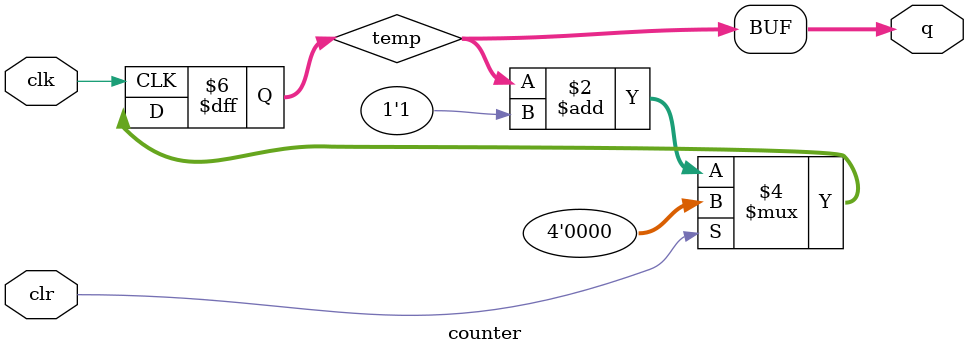
<source format=sv>
module counter (clk,clr,q);
  input clk,clr;
  output signed[3:0]q;
  reg signed[3:0]temp;
  always @ (posedge clk)
    begin
      if(clr)
        temp<=4'b0000;
      else
        temp<=temp+1'b1;
    end
  assign q=temp;
endmodule 

</source>
